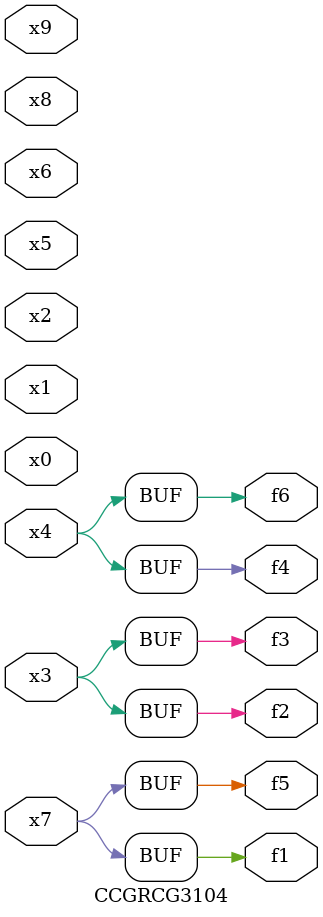
<source format=v>
module CCGRCG3104(
	input x0, x1, x2, x3, x4, x5, x6, x7, x8, x9,
	output f1, f2, f3, f4, f5, f6
);
	assign f1 = x7;
	assign f2 = x3;
	assign f3 = x3;
	assign f4 = x4;
	assign f5 = x7;
	assign f6 = x4;
endmodule

</source>
